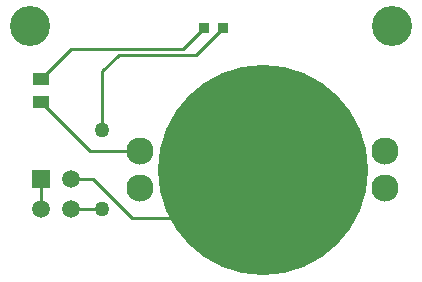
<source format=gtl>
G04*
G04 #@! TF.GenerationSoftware,Altium Limited,Altium Designer,18.1.7 (191)*
G04*
G04 Layer_Physical_Order=1*
G04 Layer_Color=255*
%FSLAX25Y25*%
%MOIN*%
G70*
G01*
G75*
%ADD13C,0.01000*%
%ADD15C,0.70079*%
%ADD16R,0.03543X0.03740*%
%ADD17R,0.05709X0.03937*%
%ADD26C,0.09055*%
%ADD27R,0.05906X0.05906*%
%ADD28C,0.05906*%
%ADD29C,0.13386*%
%ADD30C,0.05000*%
D13*
X299150Y405500D02*
X308150Y414500D01*
X273500Y405500D02*
X299150D01*
X268000Y400000D02*
X273500Y405500D01*
X268000Y380500D02*
Y400000D01*
X257500Y354000D02*
X268000D01*
X305500Y351000D02*
X321500Y367000D01*
X278000Y351000D02*
X305500D01*
X265000Y364000D02*
X278000Y351000D01*
X257500Y364000D02*
X265000D01*
X263961Y373299D02*
X280555D01*
X247500Y389760D02*
X263961Y373299D01*
X294850Y407500D02*
X301850Y414500D01*
X257760Y407500D02*
X294850D01*
X247500Y397240D02*
X257760Y407500D01*
X247500Y354000D02*
Y364000D01*
D15*
X321500Y367000D02*
D03*
D16*
X308150Y414500D02*
D03*
X301850D02*
D03*
D17*
X247500Y397240D02*
D03*
Y389760D02*
D03*
D26*
X362445Y361094D02*
D03*
Y373299D02*
D03*
X280555D02*
D03*
Y361094D02*
D03*
D27*
X247500Y364000D02*
D03*
D28*
X257500D02*
D03*
X247500Y354000D02*
D03*
X257500D02*
D03*
D29*
X364500Y415000D02*
D03*
X244000D02*
D03*
D30*
X268000Y380500D02*
D03*
Y354000D02*
D03*
M02*

</source>
